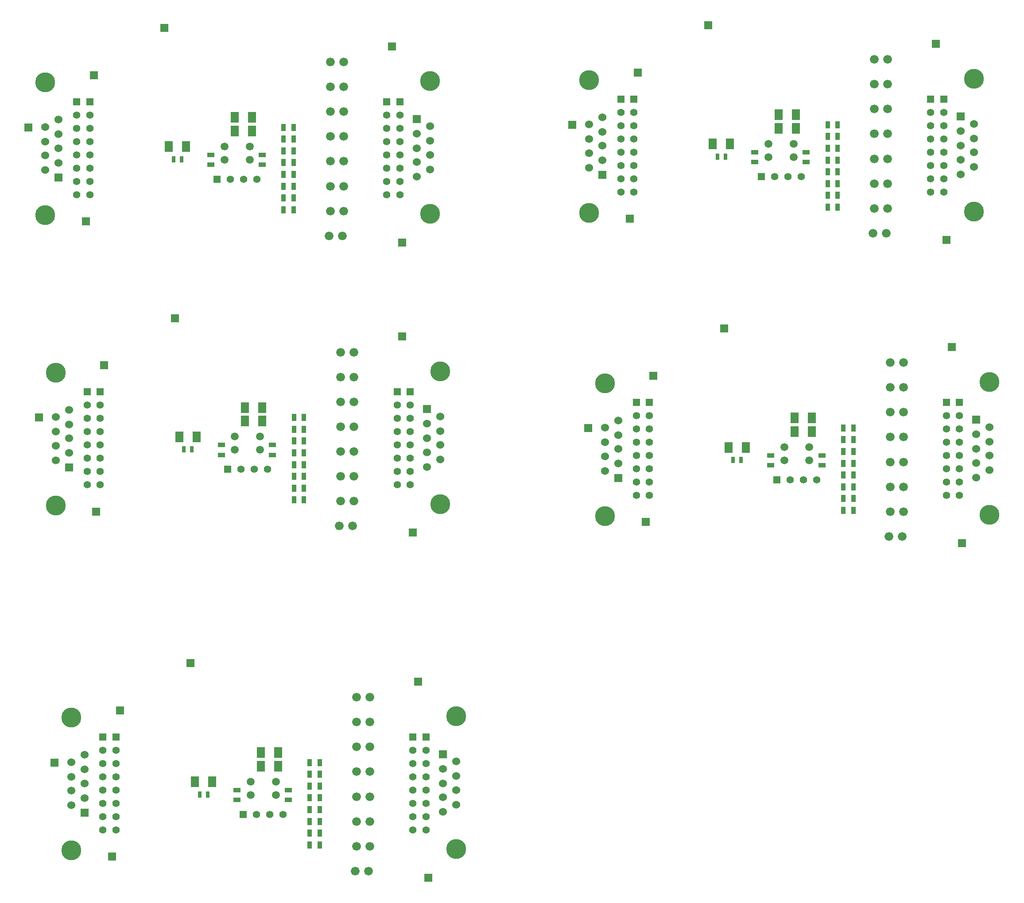
<source format=gts>
G04 (created by PCBNEW (2013-jul-07)-stable) date śro, 10 cze 2015, 22:39:15*
%MOIN*%
G04 Gerber Fmt 3.4, Leading zero omitted, Abs format*
%FSLAX34Y34*%
G01*
G70*
G90*
G04 APERTURE LIST*
%ADD10C,0.00590551*%
%ADD11C,0.15*%
%ADD12R,0.06X0.06*%
%ADD13C,0.06*%
%ADD14R,0.06X0.08*%
%ADD15R,0.035X0.055*%
%ADD16R,0.055X0.035*%
%ADD17R,0.025X0.045*%
%ADD18C,0.066*%
%ADD19R,0.055X0.055*%
%ADD20C,0.055*%
%ADD21C,0.0590551*%
%ADD22R,0.0590551X0.0590551*%
G04 APERTURE END LIST*
G54D10*
G54D11*
X52059Y-22569D03*
X52059Y-12569D03*
G54D12*
X53059Y-19719D03*
G54D13*
X53059Y-18619D03*
X53059Y-17519D03*
X53059Y-16469D03*
X53059Y-15369D03*
X52059Y-15919D03*
X52059Y-17019D03*
X52059Y-18069D03*
X52059Y-19169D03*
G54D11*
X81011Y-12469D03*
X81011Y-22469D03*
G54D12*
X80011Y-15319D03*
G54D13*
X80011Y-16419D03*
X80011Y-17519D03*
X80011Y-18569D03*
X80011Y-19669D03*
X81011Y-19119D03*
X81011Y-18019D03*
X81011Y-16969D03*
X81011Y-15869D03*
G54D14*
X66318Y-15196D03*
X67618Y-15196D03*
X61357Y-17401D03*
X62657Y-17401D03*
G54D15*
X70749Y-20374D03*
X69999Y-20374D03*
X70749Y-15944D03*
X69999Y-15944D03*
X70749Y-19488D03*
X69999Y-19488D03*
X70749Y-22145D03*
X69999Y-22145D03*
X70749Y-18602D03*
X69999Y-18602D03*
X70749Y-21259D03*
X69999Y-21259D03*
X70749Y-17716D03*
X69999Y-17716D03*
X70749Y-16830D03*
X69999Y-16830D03*
G54D16*
X64527Y-18760D03*
X64527Y-18010D03*
X68385Y-18760D03*
X68385Y-18010D03*
G54D17*
X62307Y-18346D03*
X61707Y-18346D03*
G54D18*
X73515Y-20374D03*
X74515Y-20374D03*
X73515Y-18503D03*
X74515Y-18503D03*
X73417Y-24114D03*
X74417Y-24114D03*
X73515Y-16633D03*
X74515Y-16633D03*
X73515Y-22244D03*
X74515Y-22244D03*
X73515Y-14763D03*
X74515Y-14763D03*
X73515Y-12893D03*
X74515Y-12893D03*
X73515Y-11023D03*
X74515Y-11023D03*
G54D19*
X77755Y-14019D03*
G54D20*
X77755Y-15019D03*
X77755Y-16019D03*
X77755Y-17019D03*
X77755Y-18019D03*
X77755Y-19019D03*
X77755Y-20019D03*
X77755Y-21019D03*
G54D19*
X54429Y-14019D03*
G54D20*
X54429Y-15019D03*
X54429Y-16019D03*
X54429Y-17019D03*
X54429Y-18019D03*
X54429Y-19019D03*
X54429Y-20019D03*
X54429Y-21019D03*
G54D19*
X78740Y-14019D03*
G54D20*
X78740Y-15019D03*
X78740Y-16019D03*
X78740Y-17019D03*
X78740Y-18019D03*
X78740Y-19019D03*
X78740Y-20019D03*
X78740Y-21019D03*
G54D19*
X64996Y-19842D03*
G54D20*
X65996Y-19842D03*
X66996Y-19842D03*
X67996Y-19842D03*
G54D19*
X55413Y-14019D03*
G54D20*
X55413Y-15019D03*
X55413Y-16019D03*
X55413Y-17019D03*
X55413Y-18019D03*
X55413Y-19019D03*
X55413Y-20019D03*
X55413Y-21019D03*
G54D14*
X66318Y-16220D03*
X67618Y-16220D03*
G54D21*
X67440Y-18374D03*
X67440Y-17374D03*
X65551Y-18374D03*
X65551Y-17374D03*
G54D22*
X55708Y-12007D03*
X55118Y-23031D03*
X61023Y-8464D03*
X50787Y-15944D03*
X78937Y-24606D03*
X78149Y-9842D03*
G54D11*
X52059Y-22569D03*
X52059Y-12569D03*
G54D12*
X53059Y-19719D03*
G54D13*
X53059Y-18619D03*
X53059Y-17519D03*
X53059Y-16469D03*
X53059Y-15369D03*
X52059Y-15919D03*
X52059Y-17019D03*
X52059Y-18069D03*
X52059Y-19169D03*
G54D11*
X81011Y-12469D03*
X81011Y-22469D03*
G54D12*
X80011Y-15319D03*
G54D13*
X80011Y-16419D03*
X80011Y-17519D03*
X80011Y-18569D03*
X80011Y-19669D03*
X81011Y-19119D03*
X81011Y-18019D03*
X81011Y-16969D03*
X81011Y-15869D03*
G54D14*
X66318Y-15196D03*
X67618Y-15196D03*
X61357Y-17401D03*
X62657Y-17401D03*
G54D15*
X70749Y-20374D03*
X69999Y-20374D03*
X70749Y-15944D03*
X69999Y-15944D03*
X70749Y-19488D03*
X69999Y-19488D03*
X70749Y-22145D03*
X69999Y-22145D03*
X70749Y-18602D03*
X69999Y-18602D03*
X70749Y-21259D03*
X69999Y-21259D03*
X70749Y-17716D03*
X69999Y-17716D03*
X70749Y-16830D03*
X69999Y-16830D03*
G54D16*
X64527Y-18760D03*
X64527Y-18010D03*
X68385Y-18760D03*
X68385Y-18010D03*
G54D17*
X62307Y-18346D03*
X61707Y-18346D03*
G54D18*
X73515Y-20374D03*
X74515Y-20374D03*
X73515Y-18503D03*
X74515Y-18503D03*
X73417Y-24114D03*
X74417Y-24114D03*
X73515Y-16633D03*
X74515Y-16633D03*
X73515Y-22244D03*
X74515Y-22244D03*
X73515Y-14763D03*
X74515Y-14763D03*
X73515Y-12893D03*
X74515Y-12893D03*
X73515Y-11023D03*
X74515Y-11023D03*
G54D19*
X77755Y-14019D03*
G54D20*
X77755Y-15019D03*
X77755Y-16019D03*
X77755Y-17019D03*
X77755Y-18019D03*
X77755Y-19019D03*
X77755Y-20019D03*
X77755Y-21019D03*
G54D19*
X54429Y-14019D03*
G54D20*
X54429Y-15019D03*
X54429Y-16019D03*
X54429Y-17019D03*
X54429Y-18019D03*
X54429Y-19019D03*
X54429Y-20019D03*
X54429Y-21019D03*
G54D19*
X78740Y-14019D03*
G54D20*
X78740Y-15019D03*
X78740Y-16019D03*
X78740Y-17019D03*
X78740Y-18019D03*
X78740Y-19019D03*
X78740Y-20019D03*
X78740Y-21019D03*
G54D19*
X64996Y-19842D03*
G54D20*
X65996Y-19842D03*
X66996Y-19842D03*
X67996Y-19842D03*
G54D19*
X55413Y-14019D03*
G54D20*
X55413Y-15019D03*
X55413Y-16019D03*
X55413Y-17019D03*
X55413Y-18019D03*
X55413Y-19019D03*
X55413Y-20019D03*
X55413Y-21019D03*
G54D14*
X66318Y-16220D03*
X67618Y-16220D03*
G54D21*
X67440Y-18374D03*
X67440Y-17374D03*
X65551Y-18374D03*
X65551Y-17374D03*
G54D22*
X55708Y-12007D03*
X55118Y-23031D03*
X61023Y-8464D03*
X50787Y-15944D03*
X78937Y-24606D03*
X78149Y-9842D03*
G54D11*
X52059Y-22569D03*
X52059Y-12569D03*
G54D12*
X53059Y-19719D03*
G54D13*
X53059Y-18619D03*
X53059Y-17519D03*
X53059Y-16469D03*
X53059Y-15369D03*
X52059Y-15919D03*
X52059Y-17019D03*
X52059Y-18069D03*
X52059Y-19169D03*
G54D11*
X81011Y-12469D03*
X81011Y-22469D03*
G54D12*
X80011Y-15319D03*
G54D13*
X80011Y-16419D03*
X80011Y-17519D03*
X80011Y-18569D03*
X80011Y-19669D03*
X81011Y-19119D03*
X81011Y-18019D03*
X81011Y-16969D03*
X81011Y-15869D03*
G54D14*
X66318Y-15196D03*
X67618Y-15196D03*
X61357Y-17401D03*
X62657Y-17401D03*
G54D15*
X70749Y-20374D03*
X69999Y-20374D03*
X70749Y-15944D03*
X69999Y-15944D03*
X70749Y-19488D03*
X69999Y-19488D03*
X70749Y-22145D03*
X69999Y-22145D03*
X70749Y-18602D03*
X69999Y-18602D03*
X70749Y-21259D03*
X69999Y-21259D03*
X70749Y-17716D03*
X69999Y-17716D03*
X70749Y-16830D03*
X69999Y-16830D03*
G54D16*
X64527Y-18760D03*
X64527Y-18010D03*
X68385Y-18760D03*
X68385Y-18010D03*
G54D17*
X62307Y-18346D03*
X61707Y-18346D03*
G54D18*
X73515Y-20374D03*
X74515Y-20374D03*
X73515Y-18503D03*
X74515Y-18503D03*
X73417Y-24114D03*
X74417Y-24114D03*
X73515Y-16633D03*
X74515Y-16633D03*
X73515Y-22244D03*
X74515Y-22244D03*
X73515Y-14763D03*
X74515Y-14763D03*
X73515Y-12893D03*
X74515Y-12893D03*
X73515Y-11023D03*
X74515Y-11023D03*
G54D19*
X77755Y-14019D03*
G54D20*
X77755Y-15019D03*
X77755Y-16019D03*
X77755Y-17019D03*
X77755Y-18019D03*
X77755Y-19019D03*
X77755Y-20019D03*
X77755Y-21019D03*
G54D19*
X54429Y-14019D03*
G54D20*
X54429Y-15019D03*
X54429Y-16019D03*
X54429Y-17019D03*
X54429Y-18019D03*
X54429Y-19019D03*
X54429Y-20019D03*
X54429Y-21019D03*
G54D19*
X78740Y-14019D03*
G54D20*
X78740Y-15019D03*
X78740Y-16019D03*
X78740Y-17019D03*
X78740Y-18019D03*
X78740Y-19019D03*
X78740Y-20019D03*
X78740Y-21019D03*
G54D19*
X64996Y-19842D03*
G54D20*
X65996Y-19842D03*
X66996Y-19842D03*
X67996Y-19842D03*
G54D19*
X55413Y-14019D03*
G54D20*
X55413Y-15019D03*
X55413Y-16019D03*
X55413Y-17019D03*
X55413Y-18019D03*
X55413Y-19019D03*
X55413Y-20019D03*
X55413Y-21019D03*
G54D14*
X66318Y-16220D03*
X67618Y-16220D03*
G54D21*
X67440Y-18374D03*
X67440Y-17374D03*
X65551Y-18374D03*
X65551Y-17374D03*
G54D22*
X55708Y-12007D03*
X55118Y-23031D03*
X61023Y-8464D03*
X50787Y-15944D03*
X78937Y-24606D03*
X78149Y-9842D03*
G54D11*
X11901Y-44616D03*
X11901Y-34616D03*
G54D12*
X12901Y-41766D03*
G54D13*
X12901Y-40666D03*
X12901Y-39566D03*
X12901Y-38516D03*
X12901Y-37416D03*
X11901Y-37966D03*
X11901Y-39066D03*
X11901Y-40116D03*
X11901Y-41216D03*
G54D11*
X40854Y-34516D03*
X40854Y-44516D03*
G54D12*
X39854Y-37366D03*
G54D13*
X39854Y-38466D03*
X39854Y-39566D03*
X39854Y-40616D03*
X39854Y-41716D03*
X40854Y-41166D03*
X40854Y-40066D03*
X40854Y-39016D03*
X40854Y-37916D03*
G54D14*
X26161Y-37244D03*
X27461Y-37244D03*
X21200Y-39448D03*
X22500Y-39448D03*
G54D15*
X30591Y-42421D03*
X29841Y-42421D03*
X30591Y-37992D03*
X29841Y-37992D03*
X30591Y-41535D03*
X29841Y-41535D03*
X30591Y-44192D03*
X29841Y-44192D03*
X30591Y-40649D03*
X29841Y-40649D03*
X30591Y-43307D03*
X29841Y-43307D03*
X30591Y-39763D03*
X29841Y-39763D03*
X30591Y-38877D03*
X29841Y-38877D03*
G54D16*
X24370Y-40808D03*
X24370Y-40058D03*
X28228Y-40808D03*
X28228Y-40058D03*
G54D17*
X22150Y-40393D03*
X21550Y-40393D03*
G54D18*
X33358Y-42421D03*
X34358Y-42421D03*
X33358Y-40551D03*
X34358Y-40551D03*
X33259Y-46161D03*
X34259Y-46161D03*
X33358Y-38681D03*
X34358Y-38681D03*
X33358Y-44291D03*
X34358Y-44291D03*
X33358Y-36811D03*
X34358Y-36811D03*
X33358Y-34940D03*
X34358Y-34940D03*
X33358Y-33070D03*
X34358Y-33070D03*
G54D19*
X37598Y-36066D03*
G54D20*
X37598Y-37066D03*
X37598Y-38066D03*
X37598Y-39066D03*
X37598Y-40066D03*
X37598Y-41066D03*
X37598Y-42066D03*
X37598Y-43066D03*
G54D19*
X14271Y-36066D03*
G54D20*
X14271Y-37066D03*
X14271Y-38066D03*
X14271Y-39066D03*
X14271Y-40066D03*
X14271Y-41066D03*
X14271Y-42066D03*
X14271Y-43066D03*
G54D19*
X38582Y-36066D03*
G54D20*
X38582Y-37066D03*
X38582Y-38066D03*
X38582Y-39066D03*
X38582Y-40066D03*
X38582Y-41066D03*
X38582Y-42066D03*
X38582Y-43066D03*
G54D19*
X24838Y-41889D03*
G54D20*
X25838Y-41889D03*
X26838Y-41889D03*
X27838Y-41889D03*
G54D19*
X15255Y-36066D03*
G54D20*
X15255Y-37066D03*
X15255Y-38066D03*
X15255Y-39066D03*
X15255Y-40066D03*
X15255Y-41066D03*
X15255Y-42066D03*
X15255Y-43066D03*
G54D14*
X26161Y-38267D03*
X27461Y-38267D03*
G54D21*
X27283Y-40421D03*
X27283Y-39421D03*
X25393Y-40421D03*
X25393Y-39421D03*
G54D22*
X15551Y-34055D03*
X14960Y-45078D03*
X20866Y-30511D03*
X10629Y-37992D03*
X38779Y-46653D03*
X37992Y-31889D03*
G54D11*
X11901Y-44616D03*
X11901Y-34616D03*
G54D12*
X12901Y-41766D03*
G54D13*
X12901Y-40666D03*
X12901Y-39566D03*
X12901Y-38516D03*
X12901Y-37416D03*
X11901Y-37966D03*
X11901Y-39066D03*
X11901Y-40116D03*
X11901Y-41216D03*
G54D11*
X40854Y-34516D03*
X40854Y-44516D03*
G54D12*
X39854Y-37366D03*
G54D13*
X39854Y-38466D03*
X39854Y-39566D03*
X39854Y-40616D03*
X39854Y-41716D03*
X40854Y-41166D03*
X40854Y-40066D03*
X40854Y-39016D03*
X40854Y-37916D03*
G54D14*
X26161Y-37244D03*
X27461Y-37244D03*
X21200Y-39448D03*
X22500Y-39448D03*
G54D15*
X30591Y-42421D03*
X29841Y-42421D03*
X30591Y-37992D03*
X29841Y-37992D03*
X30591Y-41535D03*
X29841Y-41535D03*
X30591Y-44192D03*
X29841Y-44192D03*
X30591Y-40649D03*
X29841Y-40649D03*
X30591Y-43307D03*
X29841Y-43307D03*
X30591Y-39763D03*
X29841Y-39763D03*
X30591Y-38877D03*
X29841Y-38877D03*
G54D16*
X24370Y-40808D03*
X24370Y-40058D03*
X28228Y-40808D03*
X28228Y-40058D03*
G54D17*
X22150Y-40393D03*
X21550Y-40393D03*
G54D18*
X33358Y-42421D03*
X34358Y-42421D03*
X33358Y-40551D03*
X34358Y-40551D03*
X33259Y-46161D03*
X34259Y-46161D03*
X33358Y-38681D03*
X34358Y-38681D03*
X33358Y-44291D03*
X34358Y-44291D03*
X33358Y-36811D03*
X34358Y-36811D03*
X33358Y-34940D03*
X34358Y-34940D03*
X33358Y-33070D03*
X34358Y-33070D03*
G54D19*
X37598Y-36066D03*
G54D20*
X37598Y-37066D03*
X37598Y-38066D03*
X37598Y-39066D03*
X37598Y-40066D03*
X37598Y-41066D03*
X37598Y-42066D03*
X37598Y-43066D03*
G54D19*
X14271Y-36066D03*
G54D20*
X14271Y-37066D03*
X14271Y-38066D03*
X14271Y-39066D03*
X14271Y-40066D03*
X14271Y-41066D03*
X14271Y-42066D03*
X14271Y-43066D03*
G54D19*
X38582Y-36066D03*
G54D20*
X38582Y-37066D03*
X38582Y-38066D03*
X38582Y-39066D03*
X38582Y-40066D03*
X38582Y-41066D03*
X38582Y-42066D03*
X38582Y-43066D03*
G54D19*
X24838Y-41889D03*
G54D20*
X25838Y-41889D03*
X26838Y-41889D03*
X27838Y-41889D03*
G54D19*
X15255Y-36066D03*
G54D20*
X15255Y-37066D03*
X15255Y-38066D03*
X15255Y-39066D03*
X15255Y-40066D03*
X15255Y-41066D03*
X15255Y-42066D03*
X15255Y-43066D03*
G54D14*
X26161Y-38267D03*
X27461Y-38267D03*
G54D21*
X27283Y-40421D03*
X27283Y-39421D03*
X25393Y-40421D03*
X25393Y-39421D03*
G54D22*
X15551Y-34055D03*
X14960Y-45078D03*
X20866Y-30511D03*
X10629Y-37992D03*
X38779Y-46653D03*
X37992Y-31889D03*
G54D11*
X53240Y-45404D03*
X53240Y-35404D03*
G54D12*
X54240Y-42554D03*
G54D13*
X54240Y-41454D03*
X54240Y-40354D03*
X54240Y-39304D03*
X54240Y-38204D03*
X53240Y-38754D03*
X53240Y-39854D03*
X53240Y-40904D03*
X53240Y-42004D03*
G54D11*
X82192Y-35304D03*
X82192Y-45304D03*
G54D12*
X81192Y-38154D03*
G54D13*
X81192Y-39254D03*
X81192Y-40354D03*
X81192Y-41404D03*
X81192Y-42504D03*
X82192Y-41954D03*
X82192Y-40854D03*
X82192Y-39804D03*
X82192Y-38704D03*
G54D14*
X67499Y-38031D03*
X68799Y-38031D03*
X62538Y-40236D03*
X63838Y-40236D03*
G54D15*
X71930Y-43208D03*
X71180Y-43208D03*
X71930Y-38779D03*
X71180Y-38779D03*
X71930Y-42322D03*
X71180Y-42322D03*
X71930Y-44980D03*
X71180Y-44980D03*
X71930Y-41437D03*
X71180Y-41437D03*
X71930Y-44094D03*
X71180Y-44094D03*
X71930Y-40551D03*
X71180Y-40551D03*
X71930Y-39665D03*
X71180Y-39665D03*
G54D16*
X65708Y-41595D03*
X65708Y-40845D03*
X69566Y-41595D03*
X69566Y-40845D03*
G54D17*
X63488Y-41181D03*
X62888Y-41181D03*
G54D18*
X74696Y-43208D03*
X75696Y-43208D03*
X74696Y-41338D03*
X75696Y-41338D03*
X74598Y-46948D03*
X75598Y-46948D03*
X74696Y-39468D03*
X75696Y-39468D03*
X74696Y-45078D03*
X75696Y-45078D03*
X74696Y-37598D03*
X75696Y-37598D03*
X74696Y-35728D03*
X75696Y-35728D03*
X74696Y-33858D03*
X75696Y-33858D03*
G54D19*
X78937Y-36854D03*
G54D20*
X78937Y-37854D03*
X78937Y-38854D03*
X78937Y-39854D03*
X78937Y-40854D03*
X78937Y-41854D03*
X78937Y-42854D03*
X78937Y-43854D03*
G54D19*
X55610Y-36854D03*
G54D20*
X55610Y-37854D03*
X55610Y-38854D03*
X55610Y-39854D03*
X55610Y-40854D03*
X55610Y-41854D03*
X55610Y-42854D03*
X55610Y-43854D03*
G54D19*
X79921Y-36854D03*
G54D20*
X79921Y-37854D03*
X79921Y-38854D03*
X79921Y-39854D03*
X79921Y-40854D03*
X79921Y-41854D03*
X79921Y-42854D03*
X79921Y-43854D03*
G54D19*
X66177Y-42677D03*
G54D20*
X67177Y-42677D03*
X68177Y-42677D03*
X69177Y-42677D03*
G54D19*
X56594Y-36854D03*
G54D20*
X56594Y-37854D03*
X56594Y-38854D03*
X56594Y-39854D03*
X56594Y-40854D03*
X56594Y-41854D03*
X56594Y-42854D03*
X56594Y-43854D03*
G54D14*
X67499Y-39055D03*
X68799Y-39055D03*
G54D21*
X68622Y-41208D03*
X68622Y-40208D03*
X66732Y-41208D03*
X66732Y-40208D03*
G54D22*
X56889Y-34842D03*
X56299Y-45866D03*
X62204Y-31299D03*
X51968Y-38779D03*
X80118Y-47440D03*
X79330Y-32677D03*
G54D11*
X13082Y-70601D03*
X13082Y-60601D03*
G54D12*
X14082Y-67751D03*
G54D13*
X14082Y-66651D03*
X14082Y-65551D03*
X14082Y-64501D03*
X14082Y-63401D03*
X13082Y-63951D03*
X13082Y-65051D03*
X13082Y-66101D03*
X13082Y-67201D03*
G54D11*
X42035Y-60501D03*
X42035Y-70501D03*
G54D12*
X41035Y-63351D03*
G54D13*
X41035Y-64451D03*
X41035Y-65551D03*
X41035Y-66601D03*
X41035Y-67701D03*
X42035Y-67151D03*
X42035Y-66051D03*
X42035Y-65001D03*
X42035Y-63901D03*
G54D14*
X27342Y-63228D03*
X28642Y-63228D03*
X22381Y-65433D03*
X23681Y-65433D03*
G54D15*
X31772Y-68405D03*
X31022Y-68405D03*
X31772Y-63976D03*
X31022Y-63976D03*
X31772Y-67519D03*
X31022Y-67519D03*
X31772Y-70177D03*
X31022Y-70177D03*
X31772Y-66633D03*
X31022Y-66633D03*
X31772Y-69291D03*
X31022Y-69291D03*
X31772Y-65748D03*
X31022Y-65748D03*
X31772Y-64862D03*
X31022Y-64862D03*
G54D16*
X25551Y-66792D03*
X25551Y-66042D03*
X29409Y-66792D03*
X29409Y-66042D03*
G54D17*
X23331Y-66377D03*
X22731Y-66377D03*
G54D18*
X34539Y-68405D03*
X35539Y-68405D03*
X34539Y-66535D03*
X35539Y-66535D03*
X34440Y-72145D03*
X35440Y-72145D03*
X34539Y-64665D03*
X35539Y-64665D03*
X34539Y-70275D03*
X35539Y-70275D03*
X34539Y-62795D03*
X35539Y-62795D03*
X34539Y-60925D03*
X35539Y-60925D03*
X34539Y-59055D03*
X35539Y-59055D03*
G54D19*
X38779Y-62051D03*
G54D20*
X38779Y-63051D03*
X38779Y-64051D03*
X38779Y-65051D03*
X38779Y-66051D03*
X38779Y-67051D03*
X38779Y-68051D03*
X38779Y-69051D03*
G54D19*
X15452Y-62051D03*
G54D20*
X15452Y-63051D03*
X15452Y-64051D03*
X15452Y-65051D03*
X15452Y-66051D03*
X15452Y-67051D03*
X15452Y-68051D03*
X15452Y-69051D03*
G54D19*
X39763Y-62051D03*
G54D20*
X39763Y-63051D03*
X39763Y-64051D03*
X39763Y-65051D03*
X39763Y-66051D03*
X39763Y-67051D03*
X39763Y-68051D03*
X39763Y-69051D03*
G54D19*
X26019Y-67874D03*
G54D20*
X27019Y-67874D03*
X28019Y-67874D03*
X29019Y-67874D03*
G54D19*
X16437Y-62051D03*
G54D20*
X16437Y-63051D03*
X16437Y-64051D03*
X16437Y-65051D03*
X16437Y-66051D03*
X16437Y-67051D03*
X16437Y-68051D03*
X16437Y-69051D03*
G54D14*
X27342Y-64251D03*
X28642Y-64251D03*
G54D21*
X28464Y-66405D03*
X28464Y-65405D03*
X26574Y-66405D03*
X26574Y-65405D03*
G54D22*
X16732Y-60039D03*
X16141Y-71062D03*
X22047Y-56496D03*
X11811Y-63976D03*
X39960Y-72637D03*
X39173Y-57874D03*
G54D11*
X11114Y-22766D03*
X11114Y-12766D03*
G54D12*
X12114Y-19916D03*
G54D13*
X12114Y-18816D03*
X12114Y-17716D03*
X12114Y-16666D03*
X12114Y-15566D03*
X11114Y-16116D03*
X11114Y-17216D03*
X11114Y-18266D03*
X11114Y-19366D03*
G54D11*
X40066Y-12666D03*
X40066Y-22666D03*
G54D12*
X39066Y-15516D03*
G54D13*
X39066Y-16616D03*
X39066Y-17716D03*
X39066Y-18766D03*
X39066Y-19866D03*
X40066Y-19316D03*
X40066Y-18216D03*
X40066Y-17166D03*
X40066Y-16066D03*
G54D14*
X25373Y-15393D03*
X26673Y-15393D03*
X20412Y-17598D03*
X21712Y-17598D03*
G54D15*
X29804Y-20570D03*
X29054Y-20570D03*
X29804Y-16141D03*
X29054Y-16141D03*
X29804Y-19685D03*
X29054Y-19685D03*
X29804Y-22342D03*
X29054Y-22342D03*
X29804Y-18799D03*
X29054Y-18799D03*
X29804Y-21456D03*
X29054Y-21456D03*
X29804Y-17913D03*
X29054Y-17913D03*
X29804Y-17027D03*
X29054Y-17027D03*
G54D16*
X23582Y-18957D03*
X23582Y-18207D03*
X27440Y-18957D03*
X27440Y-18207D03*
G54D17*
X21362Y-18543D03*
X20762Y-18543D03*
G54D18*
X32570Y-20570D03*
X33570Y-20570D03*
X32570Y-18700D03*
X33570Y-18700D03*
X32472Y-24311D03*
X33472Y-24311D03*
X32570Y-16830D03*
X33570Y-16830D03*
X32570Y-22440D03*
X33570Y-22440D03*
X32570Y-14960D03*
X33570Y-14960D03*
X32570Y-13090D03*
X33570Y-13090D03*
X32570Y-11220D03*
X33570Y-11220D03*
G54D19*
X36811Y-14216D03*
G54D20*
X36811Y-15216D03*
X36811Y-16216D03*
X36811Y-17216D03*
X36811Y-18216D03*
X36811Y-19216D03*
X36811Y-20216D03*
X36811Y-21216D03*
G54D19*
X13484Y-14216D03*
G54D20*
X13484Y-15216D03*
X13484Y-16216D03*
X13484Y-17216D03*
X13484Y-18216D03*
X13484Y-19216D03*
X13484Y-20216D03*
X13484Y-21216D03*
G54D19*
X37795Y-14216D03*
G54D20*
X37795Y-15216D03*
X37795Y-16216D03*
X37795Y-17216D03*
X37795Y-18216D03*
X37795Y-19216D03*
X37795Y-20216D03*
X37795Y-21216D03*
G54D19*
X24051Y-20039D03*
G54D20*
X25051Y-20039D03*
X26051Y-20039D03*
X27051Y-20039D03*
G54D19*
X14468Y-14216D03*
G54D20*
X14468Y-15216D03*
X14468Y-16216D03*
X14468Y-17216D03*
X14468Y-18216D03*
X14468Y-19216D03*
X14468Y-20216D03*
X14468Y-21216D03*
G54D14*
X25373Y-16417D03*
X26673Y-16417D03*
G54D21*
X26496Y-18570D03*
X26496Y-17570D03*
X24606Y-18570D03*
X24606Y-17570D03*
G54D22*
X14763Y-12204D03*
X14173Y-23228D03*
X20078Y-8661D03*
X9842Y-16141D03*
X37992Y-24803D03*
X37204Y-10039D03*
M02*

</source>
